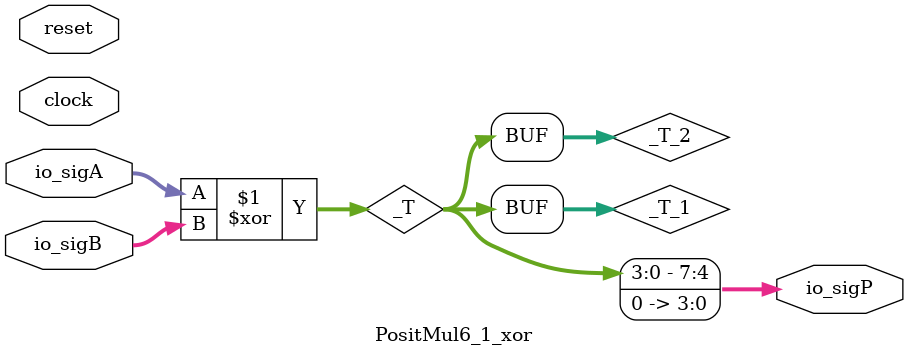
<source format=v>
module PositMul6_1_xor(
  input        clock,
  input        reset,
  input  [3:0] io_sigA,
  input  [3:0] io_sigB,
  output [7:0] io_sigP
);
  wire [3:0] _T; // @[PositMul.scala 51:23]
  wire [3:0] _T_1; // @[PositMul.scala 51:23]
  wire [3:0] _T_2; // @[Cat.scala 29:58]
  assign _T = $signed(io_sigA) ^ $signed(io_sigB); // @[PositMul.scala 51:23]
  assign _T_1 = $signed(_T); // @[PositMul.scala 51:23]
  assign _T_2 = $unsigned(_T_1); // @[Cat.scala 29:58]
  assign io_sigP = {_T_2,4'h0}; // @[PositMul.scala 51:9]
endmodule

</source>
